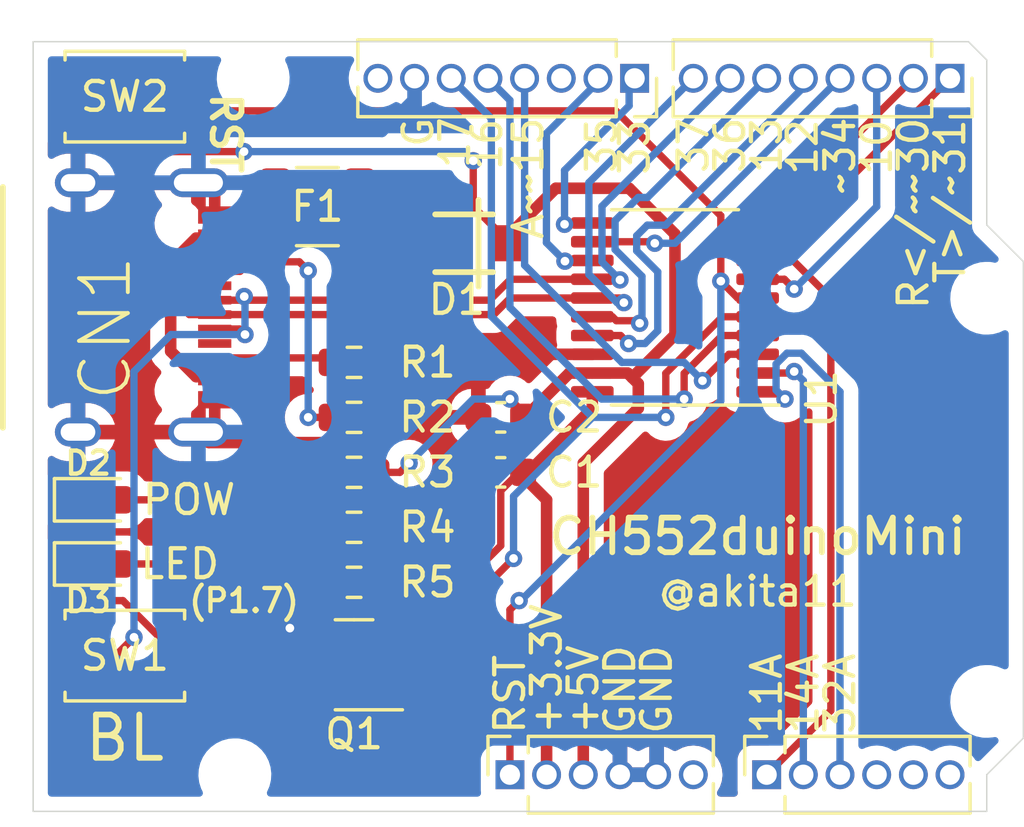
<source format=kicad_pcb>
(kicad_pcb (version 20211014) (generator pcbnew)
  (layers (0 "F.Cu" signal) (31 "B.Cu" signal) (34 "B.Paste" user) (35 "F.Paste" user) (36 "B.SilkS" user "B.Silkscreen") (37 "F.SilkS" user "F.Silkscreen") (38 "B.Mask" user) (39 "F.Mask" user) (44 "Edge.Cuts" user))
  (net 0 "")
  (net 1 "+3V3")
  (net 2 "GND")
  (net 3 "+5V")
  (net 4 "Net-(CN1-PadA4)")
  (net 6 "Net-(CN1-PadA5)")
  (net 7 "/P3.7")
  (net 8 "/P3.6")
  (net 10 "Net-(CN1-PadB5)")
  (net 11 "Net-(D1-PadA)")
  (net 12 "Net-(D2-Pad2)")
  (net 13 "Net-(D3-Pad1)")
  (net 14 "Net-(D3-Pad2)")
  (net 15 "/RST")
  (net 17 "/P1.1")
  (net 18 "/P1.4")
  (net 19 "/P3.2")
  (net 23 "/P3.1")
  (net 24 "/P3.0")
  (net 25 "/P1.0")
  (net 26 "/P3.4")
  (net 27 "/P1.2")
  (net 28 "/P1.3")
  (net 29 "/P3.3")
  (net 30 "/P3.5")
  (net 32 "/P1.5")
  (net 33 "/P1.6")
  (net 34 "/P1.7")
  (net 36 "Net-(R5-Pad2)")
  (footprint "Button_Switch_SMD:SW_Push_SPST_NO_Alps_SKRK" (layer "F.Cu") (at 3.175 1.905 180)
    (fp_text reference "SW2" (at 0 0) (layer "F.SilkS"))
    (fp_text value "SW_Push")
    (fp_line (start 2.07 1.27) (end 2.07 1.57) (layer "F.SilkS") (width 0.12))
    (fp_line (start 2.07 -1.57) (end 2.07 -1.27) (layer "F.SilkS") (width 0.12))
    (fp_line (start -2.07 -1.57) (end 2.07 -1.57) (layer "F.SilkS") (width 0.12))
    (fp_line (start -2.07 1.57) (end -2.07 1.27) (layer "F.SilkS") (width 0.12))
    (fp_line (start -2.07 -1.27) (end -2.07 -1.57) (layer "F.SilkS") (width 0.12))
    (fp_line (start 2.07 1.57) (end -2.07 1.57) (layer "F.SilkS") (width 0.12))
    (pad "1" smd roundrect locked (at -2.1 0 180) (size 0.8 2) (layers "F.Cu" "F.Paste" "F.Mask") (net 15 "/RST"))
    (pad "2" smd roundrect locked (at 2.1 0 180) (size 0.8 2) (layers "F.Cu" "F.Paste" "F.Mask") (net 3 "+5V"))
  )
  (footprint "Capacitor_SMD:C_0603_1608Metric" (layer "F.Cu") (at 16.1925 13.0175 180)
    (fp_text reference "C2" (at -2.54 0) (layer "F.SilkS"))
    (fp_text value "0.1u")
    (fp_line (start -0.14058 -0.51) (end 0.14058 -0.51) (layer "F.SilkS") (width 0.12))
    (fp_line (start -0.14058 0.51) (end 0.14058 0.51) (layer "F.SilkS") (width 0.12))
    (pad "1" smd roundrect locked (at -0.775 0 180) (size 0.9 0.95) (layers "F.Cu" "F.Paste" "F.Mask") (net 3 "+5V"))
    (pad "2" smd roundrect locked (at 0.775 0 180) (size 0.9 0.95) (layers "F.Cu" "F.Paste" "F.Mask") (net 2 "GND"))
  )
  (footprint "Connector_PinSocket_1.27mm:PinSocket_1x08_P1.27mm_Vertical" (layer "F.Cu") (at 20.828 1.27 -90)
    (fp_text reference "J4" hide)
    (fp_text value "Conn_01x08" hide)
    (fp_line (start -1.33 0.635) (end -0.76 0.635) (layer "F.SilkS") (width 0.12))
    (fp_line (start -1.33 9.585) (end -0.30753 9.585) (layer "F.SilkS") (width 0.12))
    (fp_line (start 0.30753 9.585) (end 1.33 9.585) (layer "F.SilkS") (width 0.12))
    (fp_line (start 1.33 -0.76) (end 1.33 0) (layer "F.SilkS") (width 0.12))
    (fp_line (start 0 -0.76) (end 1.33 -0.76) (layer "F.SilkS") (width 0.12))
    (fp_line (start -1.33 0.635) (end -1.33 9.585) (layer "F.SilkS") (width 0.12))
    (fp_line (start 1.33 0.635) (end 1.33 9.585) (layer "F.SilkS") (width 0.12))
    (fp_line (start 0.76 0.635) (end 1.33 0.635) (layer "F.SilkS") (width 0.12))
    (pad "1" thru_hole rect locked (at 0 0 270) (size 1 1) (drill 0.7) (layers *.Cu *.Mask) (net 29 "/P3.3"))
    (pad "2" thru_hole oval locked (at 0 1.27 270) (size 1 1) (drill 0.7) (layers *.Cu *.Mask) (net 30 "/P3.5"))
    (pad "3" thru_hole oval locked (at 0 2.54 270) (size 1 1) (drill 0.7) (layers *.Cu *.Mask))
    (pad "4" thru_hole oval locked (at 0 3.81 270) (size 1 1) (drill 0.7) (layers *.Cu *.Mask) (net 32 "/P1.5"))
    (pad "5" thru_hole oval locked (at 0 5.08 270) (size 1 1) (drill 0.7) (layers *.Cu *.Mask) (net 33 "/P1.6"))
    (pad "6" thru_hole oval locked (at 0 6.35 270) (size 1 1) (drill 0.7) (layers *.Cu *.Mask) (net 34 "/P1.7"))
    (pad "7" thru_hole oval locked (at 0 7.62 270) (size 1 1) (drill 0.7) (layers *.Cu *.Mask) (net 2 "GND"))
    (pad "8" thru_hole oval locked (at 0 8.89 270) (size 1 1) (drill 0.7) (layers *.Cu *.Mask))
  )
  (footprint "akita:HOLE_1.5mm" (layer "F.Cu") (at 6.985 25.4)
    (fp_text reference "REF**" hide)
    (fp_text value "HOLE_1.5mm" hide)
    (pad "" np_thru_hole circle locked (at 0 0) (size 1.5 1.5) (drill 1.5) (layers *.Cu *.Mask))
  )
  (footprint "Connector_PinSocket_1.27mm:PinSocket_1x08_P1.27mm_Vertical" (layer "F.Cu") (at 31.75 1.27 -90)
    (fp_text reference "J3" hide)
    (fp_text value "Conn_01x08" hide)
    (fp_line (start 0.76 0.635) (end 1.33 0.635) (layer "F.SilkS") (width 0.12))
    (fp_line (start -1.33 0.635) (end -1.33 9.585) (layer "F.SilkS") (width 0.12))
    (fp_line (start -1.33 0.635) (end -0.76 0.635) (layer "F.SilkS") (width 0.12))
    (fp_line (start 0 -0.76) (end 1.33 -0.76) (layer "F.SilkS") (width 0.12))
    (fp_line (start -1.33 9.585) (end -0.30753 9.585) (layer "F.SilkS") (width 0.12))
    (fp_line (start 1.33 -0.76) (end 1.33 0) (layer "F.SilkS") (width 0.12))
    (fp_line (start 0.30753 9.585) (end 1.33 9.585) (layer "F.SilkS") (width 0.12))
    (fp_line (start 1.33 0.635) (end 1.33 9.585) (layer "F.SilkS") (width 0.12))
    (pad "1" thru_hole rect locked (at 0 0 270) (size 1 1) (drill 0.7) (layers *.Cu *.Mask) (net 23 "/P3.1"))
    (pad "2" thru_hole oval locked (at 0 1.27 270) (size 1 1) (drill 0.7) (layers *.Cu *.Mask) (net 24 "/P3.0"))
    (pad "3" thru_hole oval locked (at 0 2.54 270) (size 1 1) (drill 0.7) (layers *.Cu *.Mask) (net 25 "/P1.0"))
    (pad "4" thru_hole oval locked (at 0 3.81 270) (size 1 1) (drill 0.7) (layers *.Cu *.Mask) (net 26 "/P3.4"))
    (pad "5" thru_hole oval locked (at 0 5.08 270) (size 1 1) (drill 0.7) (layers *.Cu *.Mask) (net 27 "/P1.2"))
    (pad "6" thru_hole oval locked (at 0 6.35 270) (size 1 1) (drill 0.7) (layers *.Cu *.Mask) (net 28 "/P1.3"))
    (pad "7" thru_hole oval locked (at 0 7.62 270) (size 1 1) (drill 0.7) (layers *.Cu *.Mask) (net 8 "/P3.6"))
    (pad "8" thru_hole oval locked (at 0 8.89 270) (size 1 1) (drill 0.7) (layers *.Cu *.Mask) (net 7 "/P3.7"))
  )
  (footprint "Capacitor_SMD:C_0603_1608Metric" (layer "F.Cu") (at 16.1925 14.9225 180)
    (fp_text reference "C1" (at -2.54 0) (layer "F.SilkS"))
    (fp_text value "0.1u")
    (fp_line (start -0.14058 -0.51) (end 0.14058 -0.51) (layer "F.SilkS") (width 0.12))
    (fp_line (start -0.14058 0.51) (end 0.14058 0.51) (layer "F.SilkS") (width 0.12))
    (pad "1" smd roundrect locked (at -0.775 0 180) (size 0.9 0.95) (layers "F.Cu" "F.Paste" "F.Mask") (net 1 "+3V3"))
    (pad "2" smd roundrect locked (at 0.775 0 180) (size 0.9 0.95) (layers "F.Cu" "F.Paste" "F.Mask") (net 2 "GND"))
  )
  (footprint "Package_TO_SOT_SMD:SOT-23" (layer "F.Cu") (at 11.1125 21.59 180)
    (fp_text reference "Q1" (at 0 -2.4) (layer "F.SilkS"))
    (fp_text value "TR_NMOS_IRLML6344")
    (fp_line (start 0 1.56) (end 0.65 1.56) (layer "F.SilkS") (width 0.12))
    (fp_line (start 0 -1.56) (end -1.675 -1.56) (layer "F.SilkS") (width 0.12))
    (fp_line (start 0 -1.56) (end 0.65 -1.56) (layer "F.SilkS") (width 0.12))
    (fp_line (start 0 1.56) (end -0.65 1.56) (layer "F.SilkS") (width 0.12))
    (pad "1" smd roundrect locked (at -0.9375 -0.95 180) (size 1.475 0.6) (layers "F.Cu" "F.Paste" "F.Mask") (net 34 "/P1.7"))
    (pad "2" smd roundrect locked (at -0.9375 0.95 180) (size 1.475 0.6) (layers "F.Cu" "F.Paste" "F.Mask") (net 2 "GND"))
    (pad "3" smd roundrect locked (at 0.9375 0 180) (size 1.475 0.6) (layers "F.Cu" "F.Paste" "F.Mask") (net 13 "Net-(D3-Pad1)"))
  )
  (footprint "Resistor_SMD:R_1210_3225Metric" (layer "F.Cu") (at 9.8425 5.715 180)
    (fp_text reference "F1" (at 0 0) (layer "F.SilkS"))
    (fp_text value "Polyfuse")
    (fp_line (start -0.723737 1.355) (end 0.723737 1.355) (layer "F.SilkS") (width 0.12))
    (fp_line (start -0.723737 -1.355) (end 0.723737 -1.355) (layer "F.SilkS") (width 0.12))
    (pad "1" smd roundrect locked (at -1.4625 0 180) (size 1.125 2.65) (layers "F.Cu" "F.Paste" "F.Mask") (roundrect_rratio 0.2222222222) (net 11 "Net-(D1-PadA)"))
    (pad "2" smd roundrect locked (at 1.4625 0 180) (size 1.125 2.65) (layers "F.Cu" "F.Paste" "F.Mask") (roundrect_rratio 0.2222222222) (net 4 "Net-(CN1-PadA4)"))
  )
  (footprint "Connector_PinSocket_1.27mm:PinSocket_1x06_P1.27mm_Vertical" (layer "F.Cu") (at 16.51 25.4 90)
    (fp_text reference "J1" hide)
    (fp_text value "Conn_01x06" hide)
    (fp_line (start -1.33 0.635) (end -1.33 7.045) (layer "F.SilkS") (width 0.12))
    (fp_line (start 1.33 0.635) (end 1.33 7.045) (layer "F.SilkS") (width 0.12))
    (fp_line (start -1.33 0.635) (end -0.76 0.635) (layer "F.SilkS") (width 0.12))
    (fp_line (start 0 -0.76) (end 1.33 -0.76) (layer "F.SilkS") (width 0.12))
    (fp_line (start 1.33 -0.76) (end 1.33 0) (layer "F.SilkS") (width 0.12))
    (fp_line (start 0.30753 7.045) (end 1.33 7.045) (layer "F.SilkS") (width 0.12))
    (fp_line (start -1.33 7.045) (end -0.30753 7.045) (layer "F.SilkS") (width 0.12))
    (fp_line (start 0.76 0.635) (end 1.33 0.635) (layer "F.SilkS") (width 0.12))
    (pad "1" thru_hole rect locked (at 0 0 90) (size 1 1) (drill 0.7) (layers *.Cu *.Mask) (net 15 "/RST"))
    (pad "2" thru_hole oval locked (at 0 1.27 90) (size 1 1) (drill 0.7) (layers *.Cu *.Mask) (net 1 "+3V3"))
    (pad "3" thru_hole oval locked (at 0 2.54 90) (size 1 1) (drill 0.7) (layers *.Cu *.Mask) (net 3 "+5V"))
    (pad "4" thru_hole oval locked (at 0 3.81 90) (size 1 1) (drill 0.7) (layers *.Cu *.Mask) (net 2 "GND"))
    (pad "5" thru_hole oval locked (at 0 5.08 90) (size 1 1) (drill 0.7) (layers *.Cu *.Mask) (net 2 "GND"))
    (pad "6" thru_hole oval locked (at 0 6.35 90) (size 1 1) (drill 0.7) (layers *.Cu *.Mask))
  )
  (footprint "LED_SMD:LED_0603_1608Metric" (layer "F.Cu") (at 2.2225 15.875)
    (fp_text reference "D2" (at -0.3175 -1.27 180) (layer "F.SilkS") (effects (font (size 0.8 0.8))))
    (fp_text value "LED")
    (fp_line (start 0.8 -0.735) (end -1.485 -0.735) (layer "F.SilkS") (width 0.12))
    (fp_line (start -1.485 -0.735) (end -1.485 0.735) (layer "F.SilkS") (width 0.12))
    (fp_line (start -1.485 0.735) (end 0.8 0.735) (layer "F.SilkS") (width 0.12))
    (pad "1" smd roundrect locked (at -0.7875 0) (size 0.875 0.95) (layers "F.Cu" "F.Paste" "F.Mask") (net 2 "GND"))
    (pad "2" smd roundrect locked (at 0.7875 0) (size 0.875 0.95) (layers "F.Cu" "F.Paste" "F.Mask") (net 12 "Net-(D2-Pad2)"))
  )
  (footprint "akita:HOLE_1.5mm" (layer "F.Cu") (at 33.02 22.86)
    (fp_text reference "REF**" hide)
    (fp_text value "HOLE_1.5mm" hide)
    (pad "" np_thru_hole circle locked (at 0 0) (size 1.5 1.5) (drill 1.5) (layers *.Cu *.Mask))
  )
  (footprint "akita:HOLE_1.5mm" (layer "F.Cu") (at 7.62 1.27)
    (fp_text reference "REF**" hide)
    (fp_text value "HOLE_1.5mm" hide)
    (pad "" np_thru_hole circle locked (at 0 0) (size 1.5 1.5) (drill 1.5) (layers *.Cu *.Mask))
  )
  (footprint "Resistor_SMD:R_0603_1608Metric" (layer "F.Cu") (at 11.1125 16.8275 180)
    (fp_text reference "R4" (at -2.54 0) (layer "F.SilkS"))
    (fp_text value "1k")
    (fp_line (start -0.237258 -0.5225) (end 0.237258 -0.5225) (layer "F.SilkS") (width 0.12))
    (fp_line (start -0.237258 0.5225) (end 0.237258 0.5225) (layer "F.SilkS") (width 0.12))
    (pad "1" smd roundrect locked (at -0.825 0 180) (size 0.8 0.95) (layers "F.Cu" "F.Paste" "F.Mask") (net 3 "+5V"))
    (pad "2" smd roundrect locked (at 0.825 0 180) (size 0.8 0.95) (layers "F.Cu" "F.Paste" "F.Mask") (net 14 "Net-(D3-Pad2)"))
  )
  (footprint "LED_SMD:LED_0603_1608Metric" (layer "F.Cu") (at 2.2225 18.0975)
    (fp_text reference "D3" (at -0.3175 1.27) (layer "F.SilkS") (effects (font (size 0.8 0.8))))
    (fp_text value "LED")
    (fp_line (start 0.8 -0.735) (end -1.485 -0.735) (layer "F.SilkS") (width 0.12))
    (fp_line (start -1.485 -0.735) (end -1.485 0.735) (layer "F.SilkS") (width 0.12))
    (fp_line (start -1.485 0.735) (end 0.8 0.735) (layer "F.SilkS") (width 0.12))
    (pad "1" smd roundrect locked (at -0.7875 0) (size 0.875 0.95) (layers "F.Cu" "F.Paste" "F.Mask") (net 13 "Net-(D3-Pad1)"))
    (pad "2" smd roundrect locked (at 0.7875 0) (size 0.875 0.95) (layers "F.Cu" "F.Paste" "F.Mask") (net 14 "Net-(D3-Pad2)"))
  )
  (footprint "Resistor_SMD:R_0603_1608Metric" (layer "F.Cu") (at 11.1125 18.7325 180)
    (fp_text reference "R5" (at -2.54 0) (layer "F.SilkS"))
    (fp_text value "10k")
    (fp_line (start -0.237258 -0.5225) (end 0.237258 -0.5225) (layer "F.SilkS") (width 0.12))
    (fp_line (start -0.237258 0.5225) (end 0.237258 0.5225) (layer "F.SilkS") (width 0.12))
    (pad "1" smd roundrect locked (at -0.825 0 180) (size 0.8 0.95) (layers "F.Cu" "F.Paste" "F.Mask") (net 1 "+3V3"))
    (pad "2" smd roundrect locked (at 0.825 0 180) (size 0.8 0.95) (layers "F.Cu" "F.Paste" "F.Mask") (net 36 "Net-(R5-Pad2)"))
  )
  (footprint "Button_Switch_SMD:SW_Push_SPST_NO_Alps_SKRK" (layer "F.Cu") (at 3.175 21.2725)
    (fp_text reference "SW1" (at 0 0) (layer "F.SilkS"))
    (fp_text value "SW_Push")
    (fp_line (start -2.07 1.57) (end -2.07 1.27) (layer "F.SilkS") (width 0.12))
    (fp_line (start 2.07 1.27) (end 2.07 1.57) (layer "F.SilkS") (width 0.12))
    (fp_line (start -2.07 -1.57) (end 2.07 -1.57) (layer "F.SilkS") (width 0.12))
    (fp_line (start -2.07 -1.27) (end -2.07 -1.57) (layer "F.SilkS") (width 0.12))
    (fp_line (start 2.07 -1.57) (end 2.07 -1.27) (layer "F.SilkS") (width 0.12))
    (fp_line (start 2.07 1.57) (end -2.07 1.57) (layer "F.SilkS") (width 0.12))
    (pad "1" smd roundrect locked (at -2.1 0) (size 0.8 2) (layers "F.Cu" "F.Paste" "F.Mask") (net 8 "/P3.6"))
    (pad "2" smd roundrect locked (at 2.1 0) (size 0.8 2) (layers "F.Cu" "F.Paste" "F.Mask") (net 36 "Net-(R5-Pad2)"))
  )
  (footprint "Resistor_SMD:R_0603_1608Metric" (layer "F.Cu") (at 11.1125 11.1125)
    (fp_text reference "R1" (at 2.54 0) (layer "F.SilkS"))
    (fp_text value "5.1k")
    (fp_line (start -0.237258 -0.5225) (end 0.237258 -0.5225) (layer "F.SilkS") (width 0.12))
    (fp_line (start -0.237258 0.5225) (end 0.237258 0.5225) (layer "F.SilkS") (width 0.12))
    (pad "1" smd roundrect locked (at -0.825 0) (size 0.8 0.95) (layers "F.Cu" "F.Paste" "F.Mask") (net 10 "Net-(CN1-PadB5)"))
    (pad "2" smd roundrect locked (at 0.825 0) (size 0.8 0.95) (layers "F.Cu" "F.Paste" "F.Mask") (net 2 "GND"))
  )
  (footprint "Resistor_SMD:R_0603_1608Metric" (layer "F.Cu") (at 11.1125 14.9225)
    (fp_text reference "R3" (at 2.54 0) (layer "F.SilkS"))
    (fp_text value "1k")
    (fp_line (start -0.237258 -0.5225) (end 0.237258 -0.5225) (layer "F.SilkS") (width 0.12))
    (fp_line (start -0.237258 0.5225) (end 0.237258 0.5225) (layer "F.SilkS") (width 0.12))
    (pad "1" smd roundrect locked (at -0.825 0) (size 0.8 0.95) (layers "F.Cu" "F.Paste" "F.Mask") (net 12 "Net-(D2-Pad2)"))
    (pad "2" smd roundrect locked (at 0.825 0) (size 0.8 0.95) (layers "F.Cu" "F.Paste" "F.Mask") (net 3 "+5V"))
  )
  (footprint "akita:USB-C_16P_TH" (layer "F.Cu") (at 5.2875 9.2075 -90)
    (fp_text reference "CN1" (at -1.905 1.795 90) (layer "F.SilkS") (effects (font (size 1.6891 1.6891) (thickness 0.135128)) (justify right bottom)))
    (fp_text value "CON_USB-C-16" hide)
    (fp_line (start -4.17 6.335) (end 4.17 6.335) (layer "F.SilkS") (width 0.2))
    (pad "" np_thru_hole circle locked (at 2.89 0.25 270) (size 0.65 0.65) (drill 0.65) (layers *.Cu *.Mask))
    (pad "" np_thru_hole circle locked (at -2.89 0.25 270) (size 0.65 0.65) (drill 0.65) (layers *.Cu *.Mask))
    (pad "A1" smd rect locked (at -3.2 -1 270) (size 0.6 1.15) (layers "F.Cu" "F.Paste" "F.Mask") (net 2 "GND"))
    (pad "A4" smd rect locked (at -2.4 -1 270) (size 0.6 1.15) (layers "F.Cu" "F.Paste" "F.Mask") (net 4 "Net-(CN1-PadA4)"))
    (pad "A5" smd rect locked (at -1.25 -1 270) (size 0.3 1.15) (layers "F.Cu" "F.Paste" "F.Mask") (net 6 "Net-(CN1-PadA5)"))
    (pad "A6" smd rect locked (at -0.25 -1 270) (size 0.3 1.15) (layers "F.Cu" "F.Paste" "F.Mask") (net 8 "/P3.6"))
    (pad "A7" smd rect locked (at 0.25 -1 270) (size 0.3 1.15) (layers "F.Cu" "F.Paste" "F.Mask") (net 7 "/P3.7"))
    (pad "A8" smd rect locked (at 1.25 -1 270) (size 0.3 1.15) (layers "F.Cu" "F.Paste" "F.Mask"))
    (pad "A9" smd rect locked (at 2.4 -1 270) (size 0.6 1.15) (layers "F.Cu" "F.Paste" "F.Mask") (net 4 "Net-(CN1-PadA4)"))
    (pad "A12" smd rect locked (at 3.2 -1 270) (size 0.6 1.15) (layers "F.Cu" "F.Paste" "F.Mask") (net 2 "GND"))
    (pad "B5" smd rect locked (at 1.75 -1 270) (size 0.3 1.15) (layers "F.Cu" "F.Paste" "F.Mask") (net 10 "Net-(CN1-PadB5)"))
    (pad "B6" smd rect locked (at 0.75 -1 270) (size 0.3 1.15) (layers "F.Cu" "F.Paste" "F.Mask") (net 8 "/P3.6"))
    (pad "B7" smd rect locked (at -0.75 -1 270) (size 0.3 1.15) (layers "F.Cu" "F.Paste" "F.Mask") (net 7 "/P3.7"))
    (pad "B8" smd rect locked (at -1.75 -1 270) (size 0.3 1.15) (layers "F.Cu" "F.Paste" "F.Mask"))
    (pad "FG" thru_hole roundrect locked (at -4.32 -0.435 270) (size 1 2.1) (drill oval 0.6 1.7) (layers *.Cu *.Mask) (roundrect_rratio 0.5) (net 2 "GND"))
    (pad "FG" thru_hole roundrect locked (at 4.32 3.735 270) (size 1 1.6) (drill oval 0.6 1.2) (layers *.Cu *.Mask) (roundrect_rratio 0.5) (net 2 "GND"))
    (pad "FG" thru_hole roundrect locked (at 4.32 -0.435 270) (size 1 2.1) (drill oval 0.6 1.7) (layers *.Cu *.Mask) (roundrect_rratio 0.5) (net 2 "GND"))
    (pad "FG" thru_hole roundrect locked (at -4.32 3.735 270) (size 1 1.6) (drill oval 0.6 1.2) (layers *.Cu *.Mask) (roundrect_rratio 0.5) (net 2 "GND"))
  )
  (footprint "Resistor_SMD:R_0603_1608Metric" (layer "F.Cu") (at 11.1125 13.0175)
    (fp_text reference "R2" (at 2.54 0) (layer "F.SilkS"))
    (fp_text value "5.1k")
    (fp_line (start -0.237258 0.5225) (end 0.237258 0.5225) (layer "F.SilkS") (width 0.12))
    (fp_line (start -0.237258 -0.5225) (end 0.237258 -0.5225) (layer "F.SilkS") (width 0.12))
    (pad "1" smd roundrect locked (at -0.825 0) (size 0.8 0.95) (layers "F.Cu" "F.Paste" "F.Mask") (net 6 "Net-(CN1-PadA5)"))
    (pad "2" smd roundrect locked (at 0.825 0) (size 0.8 0.95) (layers "F.Cu" "F.Paste" "F.Mask") (net 2 "GND"))
  )
  (footprint "Package_SO:TSSOP-20_4.4x6.5mm_P0.65mm" (layer "F.Cu") (at 22.225 9.2075 180)
    (fp_text reference "U1" (at -5.08 -3.175 90) (layer "F.SilkS"))
    (fp_text value "MCU_CH552T")
    (fp_line (start 0 3.385) (end -2.2 3.385) (layer "F.SilkS") (width 0.12))
    (fp_line (start 0 -3.385) (end -3.6 -3.385) (layer "F.SilkS") (width 0.12))
    (fp_line (start 0 -3.385) (end 2.2 -3.385) (layer "F.SilkS") (width 0.12))
    (fp_line (start 0 3.385) (end 2.2 3.385) (layer "F.SilkS") (width 0.12))
    (pad "1" smd roundrect locked (at -2.8625 -2.925 180) (size 1.475 0.4) (layers "F.Cu" "F.Paste" "F.Mask") (net 19 "/P3.2"))
    (pad "2" smd roundrect locked (at -2.8625 -2.275 180) (size 1.475 0.4) (layers "F.Cu" "F.Paste" "F.Mask") (net 18 "/P1.4"))
    (pad "3" smd roundrect locked (at -2.8625 -1.625 180) (size 1.475 0.4) (layers "F.Cu" "F.Paste" "F.Mask") (net 32 "/P1.5"))
    (pad "4" smd roundrect locked (at -2.8625 -0.975 180) (size 1.475 0.4) (layers "F.Cu" "F.Paste" "F.Mask") (net 33 "/P1.6"))
    (pad "5" smd roundrect locked (at -2.8625 -0.325 180) (size 1.475 0.4) (layers "F.Cu" "F.Paste" "F.Mask") (net 34 "/P1.7"))
    (pad "6" smd roundrect locked (at -2.8625 0.325 180) (size 1.475 0.4) (layers "F.Cu" "F.Paste" "F.Mask") (net 15 "/RST"))
    (pad "7" smd roundrect locked (at -2.8625 0.975 180) (size 1.475 0.4) (layers "F.Cu" "F.Paste" "F.Mask") (net 25 "/P1.0"))
    (pad "8" smd roundrect locked (at -2.8625 1.625 180) (size 1.475 0.4) (layers "F.Cu" "F.Paste" "F.Mask") (net 17 "/P1.1"))
    (pad "9" smd roundrect locked (at -2.8625 2.275 180) (size 1.475 0.4) (layers "F.Cu" "F.Paste" "F.Mask") (net 23 "/P3.1"))
    (pad "10" smd roundrect locked (at -2.8625 2.925 180) (size 1.475 0.4) (layers "F.Cu" "F.Paste" "F.Mask") (net 24 "/P3.0"))
    (pad "11" smd roundrect locked (at 2.8625 2.925 180) (size 1.475 0.4) (layers "F.Cu" "F.Paste" "F.Mask") (net 29 "/P3.3"))
    (pad "12" smd roundrect locked (at 2.8625 2.275 180) (size 1.475 0.4) (layers "F.Cu" "F.Paste" "F.Mask") (net 26 "/P3.4"))
    (pad "13" smd roundrect locked (at 2.8625 1.625 180) (size 1.475 0.4) (layers "F.Cu" "F.Paste" "F.Mask") (net 30 "/P3.5"))
    (pad "14" smd roundrect locked (at 2.8625 0.975 180) (size 1.475 0.4) (layers "F.Cu" "F.Paste" "F.Mask") (net 8 "/P3.6"))
    (pad "15" smd roundrect locked (at 2.8625 0.325 180) (size 1.475 0.4) (layers "F.Cu" "F.Paste" "F.Mask") (net 7 "/P3.7"))
    (pad "16" smd roundrect locked (at 2.8625 -0.325 180) (size 1.475 0.4) (layers "F.Cu" "F.Paste" "F.Mask") (net 28 "/P1.3"))
    (pad "17" smd roundrect locked (at 2.8625 -0.975 180) (size 1.475 0.4) (layers "F.Cu" "F.Paste" "F.Mask") (net 27 "/P1.2"))
    (pad "18" smd roundrect locked (at 2.8625 -1.625 180) (size 1.475 0.4) (layers "F.Cu" "F.Paste" "F.Mask") (net 2 "GND"))
    (pad "19" smd roundrect locked (at 2.8625 -2.275 180) (size 1.475 0.4) (layers "F.Cu" "F.Paste" "F.Mask") (net 3 "+5V"))
    (pad "20" smd roundrect locked (at 2.8625 -2.925 180) (size 1.475 0.4) (layers "F.Cu" "F.Paste" "F.Mask") (net 1 "+3V3"))
  )
  (footprint "akita:HOLE_1.5mm" (layer "F.Cu") (at 33.02 8.89)
    (fp_text reference "REF**" hide)
    (fp_text value "HOLE_1.5mm" hide)
    (pad "" np_thru_hole circle locked (at 0 0) (size 1.5 1.5) (drill 1.5) (layers *.Cu *.Mask))
  )
  (footprint "akita:D_SOD123FL" (layer "F.Cu") (at 14.9225 6.985)
    (fp_text reference "D1" (at -0.25 2.54) (layer "F.SilkS") (effects (justify bottom)))
    (fp_text value "DIODE")
    (fp_line (start 1 1) (end 0.5 1) (layer "F.SilkS") (width 0.2))
    (fp_line (start 0.5 -1) (end 1 -1) (layer "F.SilkS") (width 0.2))
    (fp_line (start -1 -1) (end 0.5 -1) (layer "F.SilkS") (width 0.2))
    (fp_line (start 0.5 -1) (end 0.5 1) (layer "F.SilkS") (width 0.2))
    (fp_line (start 0.5 1) (end 0.5 1.5) (layer "F.SilkS") (width 0.2))
    (fp_line (start 0.5 -1.5) (end 0.5 -1) (layer "F.SilkS") (width 0.2))
    (fp_line (start 0.5 1) (end -1 1) (layer "F.SilkS") (width 0.2))
    (pad "A" smd rect locked (at -1.55 0) (size 1.15 1.25) (layers "F.Cu" "F.Paste" "F.Mask") (net 11 "Net-(D1-PadA)"))
    (pad "K" smd rect locked (at 1.55 0) (size 1.15 1.25) (layers "F.Cu" "F.Paste" "F.Mask") (net 3 "+5V"))
  )
  (footprint "Connector_PinSocket_1.27mm:PinSocket_1x06_P1.27mm_Vertical" (layer "F.Cu") (at 25.4 25.4 90)
    (fp_text reference "J2" hide)
    (fp_text value "Conn_01x06" hide)
    (fp_line (start 0.76 0.635) (end 1.33 0.635) (layer "F.SilkS") (width 0.12))
    (fp_line (start -1.33 7.045) (end -0.30753 7.045) (layer "F.SilkS") (width 0.12))
    (fp_line (start -1.33 0.635) (end -1.33 7.045) (layer "F.SilkS") (width 0.12))
    (fp_line (start 1.33 0.635) (end 1.33 7.045) (layer "F.SilkS") (width 0.12))
    (fp_line (start 0 -0.76) (end 1.33 -0.76) (layer "F.SilkS") (width 0.12))
    (fp_line (start 1.33 -0.76) (end 1.33 0) (layer "F.SilkS") (width 0.12))
    (fp_line (start 0.30753 7.045) (end 1.33 7.045) (layer "F.SilkS") (width 0.12))
    (fp_line (start -1.33 0.635) (end -0.76 0.635) (layer "F.SilkS") (width 0.12))
    (pad "1" thru_hole rect locked (at 0 0 90) (size 1 1) (drill 0.7) (layers *.Cu *.Mask) (net 17 "/P1.1"))
    (pad "2" thru_hole oval locked (at 0 1.27 90) (size 1 1) (drill 0.7) (layers *.Cu *.Mask) (net 18 "/P1.4"))
    (pad "3" thru_hole oval locked (at 0 2.54 90) (size 1 1) (drill 0.7) (layers *.Cu *.Mask) (net 19 "/P3.2"))
    (pad "4" thru_hole oval locked (at 0 3.81 90) (size 1 1) (drill 0.7) (layers *.Cu *.Mask))
    (pad "5" thru_hole oval locked (at 0 5.08 90) (size 1 1) (drill 0.7) (layers *.Cu *.Mask))
    (pad "6" thru_hole oval locked (at 0 6.35 90) (size 1 1) (drill 0.7) (layers *.Cu *.Mask))
  )
  (gr_line (start 33.02 6.35) (end 34.29 7.62) (layer "Edge.Cuts") (width 0.05))
  (gr_line (start 34.29 24.13) (end 33.02 25.4) (layer "Edge.Cuts") (width 0.05))
  (gr_line (start 33.02 25.4) (end 33.02 26.67) (layer "Edge.Cuts") (width 0.05))
  (gr_line (start 32.385 0) (end 33.02 0.635) (layer "Edge.Cuts") (width 0.05))
  (gr_line (start 0 0) (end 32.385 0) (layer "Edge.Cuts") (width 0.05))
  (gr_line (start 0 26.67) (end 0 0) (layer "Edge.Cuts") (width 0.05))
  (gr_line (start 33.02 0.635) (end 33.02 6.35) (layer "Edge.Cuts") (width 0.05))
  (gr_line (start 34.29 7.62) (end 34.29 24.13) (layer "Edge.Cuts") (width 0.05))
  (gr_line (start 33.02 26.67) (end 0 26.67) (layer "Edge.Cuts") (width 0.05))
  (gr_text "RST" (at 16.51 24.07 90) (layer "F.SilkS") (effects (font (size 1 1)) (justify left)))
  (gr_text "+3.3V" (at 17.78 24.07 90) (layer "F.SilkS") (effects (font (size 1 1)) (justify left)))
  (gr_text "17" (at 14.605 2.54 90) (layer "F.SilkS") (effects (font (size 1 0.9)) (justify right)))
  (gr_text "32A\n" (at 27.94 24.07 90) (layer "F.SilkS") (effects (font (size 1 1)) (justify left)))
  (gr_text "16" (at 15.718 2.6 90) (layer "F.SilkS") (effects (font (size 1 0.9)) (justify right)))
  (gr_text "BL" (at 3.175 24.13) (layer "F.SilkS") (effects (font (size 1.5 1.5) (thickness 0.2))))
  (gr_text "GND" (at 21.59 24.07 90) (layer "F.SilkS") (effects (font (size 1 1)) (justify left)))
  (gr_text "36" (at 24.13 2.54 90) (layer "F.SilkS") (effects (font (size 1 1)) (justify right)))
  (gr_text "CH552duinoMini" (at 25.0825 17.145) (layer "F.SilkS") (effects (font (size 1.2 1.2) (thickness 0.2))))
  (gr_text "(P1.7)" (at 7.3025 19.3675) (layer "F.SilkS") (effects (font (size 0.8 0.8))))
  (gr_text "A~~15" (at 17.145 2.54 90) (layer "F.SilkS") (effects (font (size 1 1)) (justify right)))
  (gr_text "10" (at 29.21 2.6 90) (layer "F.SilkS") (effects (font (size 1 1)) (justify right)))
  (gr_text "LED" (at 5.08 18.0975) (layer "F.SilkS") (effects (font (size 1 1))))
  (gr_text "T>/~31" (at 31.75 2.6 90) (layer "F.SilkS") (effects (font (size 1 1)) (justify right)))
  (gr_text "14A" (at 26.67 24.07 90) (layer "F.SilkS") (effects (font (size 1 1)) (justify left)))
  (gr_text "37" (at 22.86 2.54 90) (layer "F.SilkS") (effects (font (size 1 1)) (justify right)))
  (gr_text "35" (at 19.685 2.54 90) (layer "F.SilkS") (effects (font (size 1 1)) (justify right)))
  (gr_text "GND" (at 20.32 24.07 90) (layer "F.SilkS") (effects (font (size 1 1)) (justify left)))
  (gr_text "@akita11\n" (at 25.0825 19.05) (layer "F.SilkS") (effects (font (size 1 1))))
  (gr_text "11A" (at 25.4 24.07 90) (layer "F.SilkS") (effects (font (size 1 1)) (justify left)))
  (gr_text "POW" (at 5.3975 15.875) (layer "F.SilkS") (effects (font (size 1 1))))
  (gr_text "12" (at 26.64 2.6 90) (layer "F.SilkS") (effects (font (size 1 1)) (justify right)))
  (gr_text "13" (at 25.4 2.54 90) (layer "F.SilkS") (effects (font (size 1 1)) (justify right)))
  (gr_text "RST" (at 6.6675 3.175 270) (layer "F.SilkS") (effects (font (size 1 1) (thickness 0.2))))
  (gr_text "33" (at 20.828 2.6 90) (layer "F.SilkS") (effects (font (size 1 1)) (justify right)))
  (gr_text "G" (at 13.335 2.54 90) (layer "F.SilkS") (effects (font (size 1 1)) (justify right)))
  (gr_text "R</~~30" (at 30.48 2.54 90) (layer "F.SilkS") (effects (font (size 1 1)) (justify right)))
  (gr_text "~34" (at 27.94 2.54 90) (layer "F.SilkS") (effects (font (size 1 1)) (justify right)))
  (gr_text "+5V" (at 19.05 24.07 90) (layer "F.SilkS") (effects (font (size 1 1)) (justify left)))
  (segment (start 16.1925 17.4625) (end 16.1925 15.5575) (width 0.254) (layer "F.Cu") (net 1))
  (segment (start 19.3625 12.705) (end 17.145 14.9225) (width 0.4) (layer "F.Cu") (net 1))
  (segment (start 11.9375 18.7325) (end 14.9225 18.7325) (width 0.254) (layer "F.Cu") (net 1))
  (segment (start 14.9225 18.7325) (end 16.1925 17.4625) (width 0.254) (layer "F.Cu") (net 1))
  (segment (start 17.78 15.875) (end 16.8275 14.9225) (width 0.4) (layer "F.Cu") (net 1))
  (segment (start 16.1925 15.5575) (end 16.8275 14.9225) (width 0.254) (layer "F.Cu") (net 1))
  (segment (start 17.78 25.4) (end 17.78 15.875) (width 0.4) (layer "F.Cu") (net 1))
  (segment (start 19.3625 12.1325) (end 19.3625 12.705) (width 0.4) (layer "F.Cu") (net 1))
  (segment (start 9.21 20.64) (end 8.89 20.32) (width 0.4) (layer "F.Cu") (net 2))
  (segment (start 1.435 15.875) (end 1.435 13.805) (width 0.254) (layer "F.Cu") (net 2))
  (segment (start 15.4175 13.0175) (end 12.065 13.0175) (width 0.4) (layer "F.Cu") (net 2))
  (segment (start 6.2875 12.4075) (end 6.2875 13.3975) (width 0.4) (layer "F.Cu") (net 2))
  (segment (start 12.05 20.64) (end 9.21 20.64) (width 0.4) (layer "F.Cu") (net 2))
  (segment (start 15.4175 13.195) (end 15.24 13.0175) (width 0.4) (layer "F.Cu") (net 2))
  (segment (start 19.3625 10.8325) (end 12.345 10.8325) (width 0.4) (layer "F.Cu") (net 2))
  (segment (start 5.7225 4.8875) (end 1.7125 4.8875) (width 0.4) (layer "F.Cu") (net 2))
  (segment (start 11.9375 11.1125) (end 11.9375 12.8275) (width 0.4) (layer "F.Cu") (net 2))
  (segment (start 15.4175 14.9225) (end 15.4175 13.195) (width 0.4) (layer "F.Cu") (net 2))
  (segment (start 11.19048 13.89202) (end 11.7475 13.335) (width 0.4) (layer "F.Cu") (net 2))
  (segment (start 12.345 10.8325) (end 12.065 11.1125) (width 0.4) (layer "F.Cu") (net 2))
  (segment (start 1.5525 4.8875) (end 1.5525 13.6175) (width 0.4) (layer "F.Cu") (net 2))
  (segment (start 11.9375 12.8275) (end 11.7475 13.0175) (width 0.4) (layer "F.Cu") (net 2))
  (segment (start 5.7225 13.5275) (end 1.7125 13.5275) (width 0.4) (layer "F.Cu") (net 2))
  (segment (start 1.435 13.805) (end 1.5875 13.6525) (width 0.254) (layer "F.Cu") (net 2))
  (segment (start 5.7225 13.5275) (end 6.08702 13.89202) (width 0.4) (layer "F.Cu") (net 2))
  (segment (start 6.08702 13.89202) (end 11.19048 13.89202) (width 0.4) (layer "F.Cu") (net 2))
  (segment (start 1.7125 4.8875) (end 1.5875 4.7625) (width 0.4) (layer "F.Cu") (net 2))
  (segment (start 6.2875 6.0075) (end 6.2875 4.825) (width 0.4) (layer "F.Cu") (net 2))
  (via (at 8.89 20.32) (size 0.6) (drill 0.3) (layers "F.Cu" "B.Cu") (net 2))
  (segment (start 8.89 20.32) (end 5.715 17.145) (width 0.4) (layer "B.Cu") (net 2))
  (segment (start 20.32 24.692894) (end 15.947106 20.32) (width 0.4) (layer "B.Cu") (net 2))
  (segment (start 13.208 1.977106) (end 12.074617 3.110489) (width 0.4) (layer "B.Cu") (net 2))
  (segment (start 13.208 1.27) (end 13.208 1.977106) (width 0.4) (layer "B.Cu") (net 2))
  (segment (start 5.715 3.81) (end 5.715 4.7625) (width 0.4) (layer "B.Cu") (net 2))
  (segment (start 21.59 25.4) (end 20.32 25.4) (width 0.4) (layer "B.Cu") (net 2))
  (segment (start 15.947106 20.32) (end 8.89 20.32) (width 0.4) (layer "B.Cu") (net 2))
  (segment (start 20.32 25.4) (end 20.32 24.692894) (width 0.4) (layer "B.Cu") (net 2))
  (segment (start 6.414511 3.110489) (end 5.715 3.81) (width 0.4) (layer "B.Cu") (net 2))
  (segment (start 12.074617 3.110489) (end 6.414511 3.110489) (width 0.4) (layer "B.Cu") (net 2))
  (segment (start 5.715 17.145) (end 5.715 13.6525) (width 0.4) (layer "B.Cu") (net 2))
  (segment (start 20.6375 5.08) (end 18.0975 5.08) (width 0.4) (layer "F.Cu") (net 3))
  (segment (start 16.9675 13.0175) (end 16.9675 12.84) (width 0.254) (layer "F.Cu") (net 3))
  (segment (start 2.98 3.81) (end 1.075 1.905) (width 0.254) (layer "F.Cu") (net 3))
  (segment (start 19.05 25.4) (end 19.05 14.605) (width 0.4) (layer "F.Cu") (net 3))
  (segment (start 22.225011 10.159989) (end 22.225011 6.667511) (width 0.4) (layer "F.Cu") (net 3))
  (segment (start 11.9375 14.9225) (end 12.7 14.9225) (width 0.254) (layer "F.Cu") (net 3))
  (segment (start 17.145 12.906073) (end 17.145 13.0175) (width 0.4) (layer "F.Cu") (net 3))
  (segment (start 19.3625 11.4825) (end 18.568573 11.4825) (width 0.4) (layer "F.Cu") (net 3))
  (segment (start 15.24 5.715) (end 16.51 6.985) (width 0.254) (layer "F.Cu") (net 3))
  (segment (start 19.3625 11.4825) (end 20.585 11.4825) (width 0.4) (layer "F.Cu") (net 3))
  (segment (start 16.9675 12.84) (end 16.51 12.3825) (width 0.254) (layer "F.Cu") (net 3))
  (segment (start 15.24 4.1275) (end 15.24 5.715) (width 0.254) (layer "F.Cu") (net 3))
  (segment (start 16.4725 6.705) (end 18.0975 5.08) (width 0.4) (layer "F.Cu") (net 3))
  (segment (start 20.955 11.8525) (end 20.74375 11.64125) (width 0.4) (layer "F.Cu") (net 3))
  (segment (start 22.225011 6.667511) (end 20.6375 5.08) (width 0.4) (layer "F.Cu") (net 3))
  (segment (start 20.74375 11.64125) (end 22.225011 10.159989) (width 0.4) (layer "F.Cu") (net 3))
  (segment (start 12.7 14.9225) (end 13.0175 14.605) (width 0.254) (layer "F.Cu") (net 3))
  (segment (start 18.568573 11.4825) (end 17.145 12.906073) (width 0.4) (layer "F.Cu") (net 3))
  (segment (start 19.05 14.605) (end 20.955 12.7) (width 0.4) (layer "F.Cu") (net 3))
  (segment (start 20.955 12.7) (end 20.955 11.8525) (width 0.4) (layer "F.Cu") (net 3))
  (segment (start 11.9375 15.05) (end 12.065 14.9225) (width 0.254) (layer "F.Cu") (net 3))
  (segment (start 20.74375 11.64125) (end 20.585 11.4825) (width 0.4) (layer "F.Cu") (net 3))
  (segment (start 7.3025 3.81) (end 2.98 3.81) (width 0.254) (layer "F.Cu") (net 3))
  (segment (start 11.9375 16.8275) (end 11.9375 15.05) (width 0.254) (layer "F.Cu") (net 3))
  (segment (start 16.4725 6.985) (end 16.4725 6.705) (width 0.4) (layer "F.Cu") (net 3))
  (via (at 15.24 4.1275) (size 0.6) (drill 0.3) (layers "F.Cu" "B.Cu") (net 3))
  (via (at 16.51 12.3825) (size 0.6) (drill 0.3) (layers "F.Cu" "B.Cu") (net 3))
  (via (at 7.3025 3.81) (size 0.6) (drill 0.3) (layers "F.Cu" "B.Cu") (net 3))
  (via (at 13.0175 14.605) (size 0.6) (drill 0.3) (layers "F.Cu" "B.Cu") (net 3))
  (segment (start 15.24 4.1275) (end 14.9225 3.81) (width 0.254) (layer "B.Cu") (net 3))
  (segment (start 15.24 12.3825) (end 16.51 12.3825) (width 0.254) (layer "B.Cu") (net 3))
  (segment (start 13.0175 14.605) (end 15.24 12.3825) (width 0.254) (layer "B.Cu") (net 3))
  (segment (start 14.9225 3.81) (end 7.3025 3.81) (width 0.254) (layer "B.Cu") (net 3))
  (segment (start 6.2875 6.8075) (end 8.115 6.8075) (width 0.4) (layer "F.Cu") (net 4))
  (segment (start 5.642839 6.8075) (end 6.2875 6.8075) (width 0.4) (layer "F.Cu") (net 4))
  (segment (start 8.115 6.8075) (end 8.254022 6.668478) (width 0.4) (layer "F.Cu") (net 4))
  (segment (start 5.642839 11.6075) (end 4.7625 10.727161) (width 0.4) (layer "F.Cu") (net 4))
  (segment (start 4.7625 7.687839) (end 5.642839 6.8075) (width 0.4) (layer "F.Cu") (net 4))
  (segment (start 6.2875 11.6075) (end 5.642839 11.6075) (width 0.4) (layer "F.Cu") (net 4))
  (segment (start 8.254022 6.668478) (end 8.254022 5.715) (width 0.4) (layer "F.Cu") (net 4))
  (segment (start 4.7625 10.727161) (end 4.7625 7.687839) (width 0.4) (layer "F.Cu") (net 4))
  (segment (start 10.2875 13.0175) (end 9.525 13.0175) (width 0.254) (layer "F.Cu") (net 6))
  (segment (start 7.165522 7.9575) (end 7.494533 7.628489) (width 0.254) (layer "F.Cu") (net 6))
  (segment (start 9.215989 7.628489) (end 9.525 7.9375) (width 0.254) (layer "F.Cu") (net 6))
  (segment (start 6.2875 7.9575) (end 7.165522 7.9575) (width 0.254) (layer "F.Cu") (net 6))
  (segment (start 7.494533 7.628489) (end 9.215989 7.628489) (width 0.254) (layer "F.Cu") (net 6))
  (via (at 9.525 13.0175) (size 0.6) (drill 0.3) (layers "F.Cu" "B.Cu") (net 6))
  (via (at 9.525 7.9375) (size 0.6) (drill 0.3) (layers "F.Cu" "B.Cu") (net 6))
  (segment (start 9.525 7.9375) (end 9.525 13.0175) (width 0.254) (layer "B.Cu") (net 6))
  (segment (start 5.385989 8.480989) (end 5.432967 8.434011) (width 0.254) (layer "F.Cu") (net 7))
  (segment (start 16.523874 8.8825) (end 15.948874 9.4575) (width 0.254) (layer "F.Cu") (net 7))
  (segment (start 20.295244 8.8825) (end 20.455653 9.042909) (width 0.254) (layer "F.Cu") (net 7))
  (segment (start 5.385989 9.434011) (end 5.385989 8.480989) (width 0.254) (layer "F.Cu") (net 7))
  (segment (start 6.2875 9.4575) (end 5.409478 9.4575) (width 0.254) (layer "F.Cu") (net 7))
  (segment (start 19.3625 8.8825) (end 16.523874 8.8825) (width 0.254) (layer "F.Cu") (net 7))
  (segment (start 5.432967 8.434011) (end 6.35 8.434011) (width 0.254) (layer "F.Cu") (net 7))
  (segment (start 19.3625 8.8825) (end 20.295244 8.8825) (width 0.254) (layer "F.Cu") (net 7))
  (segment (start 6.2875 9.4575) (end 15.948874 9.4575) (width 0.254) (layer "F.Cu") (net 7))
  (segment (start 5.409478 9.4575) (end 5.385989 9.434011) (width 0.254) (layer "F.Cu") (net 7))
  (via (at 20.455653 9.042909) (size 0.6) (drill 0.3) (layers "F.Cu" "B.Cu") (net 7))
  (segment (start 20.455653 9.042909) (end 20.221888 9.042909) (width 0.254) (layer "B.Cu") (net 7))
  (segment (start 20.221888 9.042909) (end 19.244282 8.065303) (width 0.254) (layer "B.Cu") (net 7))
  (segment (start 19.244282 8.065303) (end 19.244282 4.885718) (width 0.254) (layer "B.Cu") (net 7))
  (segment (start 19.244282 4.885718) (end 22.86 1.27) (width 0.254) (layer "B.Cu") (net 7))
  (segment (start 6.2875 9.9575) (end 7.144862 9.9575) (width 0.254) (layer "F.Cu") (net 8))
  (segment (start 2.8575 21.2725) (end 3.4925 20.6375) (width 0.254) (layer "F.Cu") (net 8))
  (segment (start 19.3625 8.2325) (end 20.2975 8.2325) (width 0.254) (layer "F.Cu") (net 8))
  (segment (start 15.8075 8.9575) (end 6.2875 8.9575) (width 0.254) (layer "F.Cu") (net 8))
  (segment (start 1.075 21.2725) (end 2.8575 21.2725) (width 0.254) (layer "F.Cu") (net 8))
  (segment (start 16.5325 8.2325) (end 15.8075 8.9575) (width 0.254) (layer "F.Cu") (net 8))
  (segment (start 7.144862 9.9575) (end 7.336099 10.148737) (width 0.254) (layer "F.Cu") (net 8))
  (segment (start 19.3625 8.2325) (end 16.5325 8.2325) (width 0.254) (layer "F.Cu") (net 8))
  (segment (start 20.2975 8.2325) (end 20.32 8.255) (width 0.254) (layer "F.Cu") (net 8))
  (via (at 20.32 8.255) (size 0.6) (drill 0.3) (layers "F.Cu" "B.Cu") (net 8))
  (via (at 7.336099 10.148737) (size 0.6) (drill 0.3) (layers "F.Cu" "B.Cu") (net 8))
  (via (at 3.4925 20.6375) (size 0.6) (drill 0.3) (layers "F.Cu" "B.Cu") (net 8))
  (via (at 7.309208 8.831) (size 0.6) (drill 0.3) (layers "F.Cu" "B.Cu") (net 8))
  (segment (start 24.13 1.27) (end 19.697802 5.702198) (width 0.254) (layer "B.Cu") (net 8))
  (segment (start 4.773763 10.148737) (end 7.336099 10.148737) (width 0.254) (layer "B.Cu") (net 8))
  (segment (start 20.32 8.255) (end 19.697802 7.632802) (width 0.254) (layer "B.Cu") (net 8))
  (segment (start 7.336099 8.857891) (end 7.309208 8.831) (width 0.254) (layer "B.Cu") (net 8))
  (segment (start 3.4925 11.43) (end 4.773763 10.148737) (width 0.254) (layer "B.Cu") (net 8))
  (segment (start 3.4925 20.6375) (end 3.4925 11.43) (width 0.254) (layer "B.Cu") (net 8))
  (segment (start 19.697802 7.632802) (end 19.697802 5.702198) (width 0.254) (layer "B.Cu") (net 8))
  (segment (start 7.336099 10.148737) (end 7.336099 8.857891) (width 0.254) (layer "B.Cu") (net 8))
  (segment (start 6.2875 10.9575) (end 10.005 10.9575) (width 0.254) (layer "F.Cu") (net 10))
  (segment (start 10.005 10.9575) (end 10.16 11.1125) (width 0.254) (layer "F.Cu") (net 10))
  (segment (start 13.3725 6.985) (end 13.335 6.985) (width 0.4) (layer "F.Cu") (net 11))
  (segment (start 13.335 6.985) (end 12.065 5.715) (width 0.4) (layer "F.Cu") (net 11))
  (segment (start 12.065 5.715) (end 11.1125 5.715) (width 0.4) (layer "F.Cu") (net 11))
  (segment (start 10.2875 14.9225) (end 6.0325 14.9225) (width 0.254) (layer "F.Cu") (net 12))
  (segment (start 5.08 15.875) (end 3.175 15.875) (width 0.254) (layer "F.Cu") (net 12))
  (segment (start 6.0325 14.9225) (end 5.08 15.875) (width 0.254) (layer "F.Cu") (net 12))
  (segment (start 4.81902 22.59902) (end 7.56348 22.59902) (width 0.254) (layer "F.Cu") (net 13))
  (segment (start 3.108521 19.3675) (end 4.54848 20.807459) (width 0.254) (layer "F.Cu") (net 13))
  (segment (start 4.54848 22.32848) (end 4.81902 22.59902) (width 0.254) (layer "F.Cu") (net 13))
  (segment (start 2.705 19.3675) (end 3.108521 19.3675) (width 0.254) (layer "F.Cu") (net 13))
  (segment (start 7.56348 22.59902) (end 8.5725 21.59) (width 0.254) (layer "F.Cu") (net 13))
  (segment (start 10.175 21.59) (end 8.5725 21.59) (width 0.254) (layer "F.Cu") (net 13))
  (segment (start 4.54848 20.807459) (end 4.54848 22.32848) (width 0.254) (layer "F.Cu") (net 13))
  (segment (start 1.435 18.0975) (end 2.705 19.3675) (width 0.254) (layer "F.Cu") (net 13))
  (segment (start 10.2875 16.8275) (end 5.715 16.8275) (width 0.254) (layer "F.Cu") (net 14))
  (segment (start 3.01 18.0975) (end 4.445 18.0975) (width 0.254) (layer "F.Cu") (net 14))
  (segment (start 4.445 18.0975) (end 5.715 16.8275) (width 0.254) (layer "F.Cu") (net 14))
  (segment (start 24.39681 8.8825) (end 23.8125 8.29819) (width 0.254) (layer "F.Cu") (net 15))
  (segment (start 16.51 25.4) (end 16.51 19.685) (width 0.254) (layer "F.Cu") (net 15))
  (segment (start 25.0875 8.8825) (end 24.39681 8.8825) (width 0.254) (layer "F.Cu") (net 15))
  (segment (start 5.766521 2.396521) (end 20.176521 2.396521) (width 0.254) (layer "F.Cu") (net 15))
  (segment (start 16.51 19.685) (end 16.8275 19.3675) (width 0.254) (layer "F.Cu") (net 15))
  (segment (start 5.275 1.905) (end 5.766521 2.396521) (width 0.254) (layer "F.Cu") (net 15))
  (segment (start 20.176521 2.396521) (end 23.8125 6.0325) (width 0.254) (layer "F.Cu") (net 15))
  (segment (start 23.8125 8.29819) (end 23.8125 6.0325) (width 0.254) (layer "F.Cu") (net 15))
  (via (at 23.8125 8.29819) (size 0.6) (drill 0.3) (layers "F.Cu" "B.Cu") (net 15))
  (via (at 16.8275 19.3675) (size 0.6) (drill 0.3) (layers "F.Cu" "B.Cu") (net 15))
  (segment (start 16.8275 19.3675) (end 16.887605 19.3675) (width 0.254) (layer "B.Cu") (net 15))
  (segment (start 23.8125 12.442605) (end 23.8125 8.29819) (width 0.254) (layer "B.Cu") (net 15))
  (segment (start 16.887605 19.3675) (end 23.8125 12.442605) (width 0.254) (layer "B.Cu") (net 15))
  (segment (start 27.6225 23.1775) (end 25.4 25.4) (width 0.254) (layer "F.Cu") (net 17))
  (segment (start 26.315 7.5825) (end 27.6225 8.89) (width 0.254) (layer "F.Cu") (net 17))
  (segment (start 27.6225 8.89) (end 27.6225 23.1775) (width 0.254) (layer "F.Cu") (net 17))
  (segment (start 25.0875 7.5825) (end 26.315 7.5825) (width 0.254) (layer "F.Cu") (net 17))
  (segment (start 26.3 11.4825) (end 26.3525 11.43) (width 0.254) (layer "F.Cu") (net 18))
  (segment (start 25.0875 11.4825) (end 26.3 11.4825) (width 0.254) (layer "F.Cu") (net 18))
  (via (at 26.3525 11.43) (size 0.6) (drill 0.3) (layers "F.Cu" "B.Cu") (net 18))
  (segment (start 26.67 25.4) (end 26.67 11.7475) (width 0.254) (layer "B.Cu") (net 18))
  (segment (start 26.67 11.7475) (end 26.3525 11.43) (width 0.254) (layer "B.Cu") (net 18))
  (segment (start 25.785 12.1325) (end 26.035 12.3825) (width 0.254) (layer "F.Cu") (net 19))
  (segment (start 25.0875 12.1325) (end 25.785 12.1325) (width 0.254) (layer "F.Cu") (net 19))
  (via (at 26.035 12.3825) (size 0.6) (drill 0.3) (layers "F.Cu" "B.Cu") (net 19))
  (segment (start 26.101479 10.795) (end 26.603521 10.795) (width 0.254) (layer "B.Cu") (net 19))
  (segment (start 26.035 12.3825) (end 25.725989 12.073489) (width 0.254) (layer "B.Cu") (net 19))
  (segment (start 25.725989 12.073489) (end 25.725989 11.17049) (width 0.254) (layer "B.Cu") (net 19))
  (segment (start 25.725989 11.17049) (end 26.101479 10.795) (width 0.254) (layer "B.Cu") (net 19))
  (segment (start 27.94 12.131479) (end 27.94 25.4) (width 0.254) (layer "B.Cu") (net 19))
  (segment (start 26.603521 10.795) (end 27.94 12.131479) (width 0.254) (layer "B.Cu") (net 19))
  (segment (start 25.0875 6.9325) (end 26.0875 6.9325) (width 0.254) (layer "F.Cu") (net 23))
  (segment (start 26.0875 6.9325) (end 31.75 1.27) (width 0.254) (layer "F.Cu") (net 23))
  (segment (start 25.4675 6.2825) (end 30.48 1.27) (width 0.254) (layer "F.Cu") (net 24))
  (segment (start 25.0875 6.2825) (end 25.4675 6.2825) (width 0.254) (layer "F.Cu") (net 24))
  (segment (start 25.0875 8.2325) (end 26.0125 8.2325) (width 0.254) (layer "F.Cu") (net 25))
  (segment (start 26.0125 8.2325) (end 26.3525 8.5725) (width 0.254) (layer "F.Cu") (net 25))
  (via (at 26.3525 8.5725) (size 0.6) (drill 0.3) (layers "F.Cu" "B.Cu") (net 25))
  (segment (start 29.21 5.715) (end 29.21 1.27) (width 0.254) (layer "B.Cu") (net 25))
  (segment (start 26.3525 8.5725) (end 29.21 5.715) (width 0.254) (layer "B.Cu") (net 25))
  (segment (start 21.473 6.9325) (end 19.3625 6.9325) (width 0.254) (layer "F.Cu") (net 26))
  (segment (start 21.5255 6.985) (end 21.473 6.9325) (width 0.254) (layer "F.Cu") (net 26))
  (via (at 21.5255 6.985) (size 0.6) (drill 0.3) (layers "F.Cu" "B.Cu") (net 26))
  (segment (start 22.225 6.985) (end 27.94 1.27) (width 0.254) (layer "B.Cu") (net 26))
  (segment (start 21.5255 6.985) (end 22.225 6.985) (width 0.254) (layer "B.Cu") (net 26))
  (segment (start 19.3625 10.1825) (end 20.3425 10.1825) (width 0.254) (layer "F.Cu") (net 27))
  (segment (start 20.3425 10.1825) (end 20.619128 10.459128) (width 0.254) (layer "F.Cu") (net 27))
  (via (at 20.619128 10.459128) (size 0.6) (drill 0.3) (layers "F.Cu" "B.Cu") (net 27))
  (segment (start 20.898989 7.246489) (end 20.898989 6.72549) (width 0.254) (layer "B.Cu") (net 27))
  (segment (start 21.185475 10.459128) (end 21.628069 10.016534) (width 0.254) (layer "B.Cu") (net 27))
  (segment (start 20.619128 10.459128) (end 21.185475 10.459128) (width 0.254) (layer "B.Cu") (net 27))
  (segment (start 21.26599 6.358489) (end 21.899011 6.358489) (width 0.254) (layer "B.Cu") (net 27))
  (segment (start 20.898989 6.72549) (end 21.26599 6.358489) (width 0.254) (layer "B.Cu") (net 27))
  (segment (start 21.628069 7.975569) (end 20.898989 7.246489) (width 0.254) (layer "B.Cu") (net 27))
  (segment (start 26.67 1.5875) (end 26.67 1.27) (width 0.254) (layer "B.Cu") (net 27))
  (segment (start 21.899011 6.358489) (end 26.67 1.5875) (width 0.254) (layer "B.Cu") (net 27))
  (segment (start 21.628069 10.016534) (end 21.628069 7.975569) (width 0.254) (layer "B.Cu") (net 27))
  (segment (start 20.913954 9.66942) (end 21.001558 9.757024) (width 0.254) (layer "F.Cu") (net 28))
  (segment (start 20.059223 9.5325) (end 20.196143 9.66942) (width 0.254) (layer "F.Cu") (net 28))
  (segment (start 19.3625 9.5325) (end 20.059223 9.5325) (width 0.254) (layer "F.Cu") (net 28))
  (segment (start 20.196143 9.66942) (end 20.913954 9.66942) (width 0.254) (layer "F.Cu") (net 28))
  (via (at 21.001558 9.757024) (size 0.6) (drill 0.3) (layers "F.Cu" "B.Cu") (net 28))
  (segment (start 21.082164 9.676418) (end 21.082164 8.131143) (width 0.254) (layer "B.Cu") (net 28))
  (segment (start 21.082164 8.131143) (end 20.151322 7.200301) (width 0.254) (layer "B.Cu") (net 28))
  (segment (start 21.2725 5.3975) (end 20.955 5.3975) (width 0.254) (layer "B.Cu") (net 28))
  (segment (start 21.001558 9.757024) (end 21.082164 9.676418) (width 0.254) (layer "B.Cu") (net 28))
  (segment (start 20.151322 7.200301) (end 20.151322 6.201178) (width 0.254) (layer "B.Cu") (net 28))
  (segment (start 20.151322 6.201178) (end 20.955 5.3975) (width 0.254) (layer "B.Cu") (net 28))
  (segment (start 25.4 1.27) (end 21.2725 5.3975) (width 0.254) (layer "B.Cu") (net 28))
  (segment (start 18.446576 6.2825) (end 18.400948 6.328128) (width 0.254) (layer "F.Cu") (net 29))
  (segment (start 19.3625 6.2825) (end 18.446576 6.2825) (width 0.254) (layer "F.Cu") (net 29))
  (via (at 18.400948 6.328128) (size 0.6) (drill 0.3) (layers "F.Cu" "B.Cu") (net 29))
  (segment (start 20.6375 2.2225) (end 20.6375 1.27) (width 0.254) (layer "B.Cu") (net 29))
  (segment (start 18.400948 6.328128) (end 18.400948 4.459052) (width 0.254) (layer "B.Cu") (net 29))
  (segment (start 18.400948 4.459052) (end 20.6375 2.2225) (width 0.254) (layer "B.Cu") (net 29))
  (segment (start 18.438222 7.5825) (end 18.414722 7.606) (width 0.254) (layer "F.Cu") (net 30))
  (segment (start 19.3625 7.5825) (end 18.438222 7.5825) (width 0.254) (layer "F.Cu") (net 30))
  (via (at 18.414722 7.606) (size 0.6) (drill 0.3) (layers "F.Cu" "B.Cu") (net 30))
  (segment (start 18.414722 7.606) (end 17.774437 6.965715) (width 0.254) (layer "B.Cu") (net 30))
  (segment (start 17.774437 6.965715) (end 17.774437 3.180563) (width 0.254) (layer "B.Cu") (net 30))
  (segment (start 17.774437 3.180563) (end 19.685 1.27) (width 0.254) (layer "B.Cu") (net 30))
  (segment (start 24.0925 10.8325) (end 25.0875 10.8325) (width 0.254) (layer "F.Cu") (net 32))
  (segment (start 23.1775 11.7475) (end 24.0925 10.8325) (width 0.254) (layer "F.Cu") (net 32))
  (via (at 23.1775 11.7475) (size 0.6) (drill 0.3) (layers "F.Cu" "B.Cu") (net 32))
  (segment (start 22.5425 11.1125) (end 23.1775 11.7475) (width 0.254) (layer "B.Cu") (net 32))
  (segment (start 17.018 1.27) (end 17.018 7.744021) (width 0.254) (layer "B.Cu") (net 32))
  (segment (start 20.386479 11.1125) (end 22.5425 11.1125) (width 0.254) (layer "B.Cu") (net 32))
  (segment (start 17.018 7.744021) (end 20.386479 11.1125) (width 0.254) (layer "B.Cu") (net 32))
  (segment (start 22.5425 12.3825) (end 22.5425 11.496479) (width 0.254) (layer "F.Cu") (net 33))
  (segment (start 23.856479 10.1825) (end 25.0875 10.1825) (width 0.254) (layer "F.Cu") (net 33))
  (segment (start 22.5425 11.496479) (end 23.856479 10.1825) (width 0.254) (layer "F.Cu") (net 33))
  (via (at 22.5425 12.3825) (size 0.6) (drill 0.3) (layers "F.Cu" "B.Cu") (net 33))
  (segment (start 15.748 1.27) (end 16.51 2.032) (width 0.254) (layer "B.Cu") (net 33))
  (segment (start 19.685 12.3825) (end 16.51 9.2075) (width 0.254) (layer "B.Cu") (net 33))
  (segment (start 22.5425 12.3825) (end 19.685 12.3825) (width 0.254) (layer "B.Cu") (net 33))
  (segment (start 16.51 2.032) (end 16.51 9.2075) (width 0.254) (layer "B.Cu") (net 33))
  (segment (start 21.9075 11.490105) (end 23.865105 9.5325) (width 0.254) (layer "F.Cu") (net 34))
  (segment (start 23.865105 9.5325) (end 25.0875 9.5325) (width 0.254) (layer "F.Cu") (net 34))
  (segment (start 12.05 22.491006) (end 16.635503 17.905503) (width 0.254) (layer "F.Cu") (net 34))
  (segment (start 21.9075 13.0175) (end 21.9075 11.490105) (width 0.254) (layer "F.Cu") (net 34))
  (segment (start 12.05 22.54) (end 12.05 22.491006) (width 0.254) (layer "F.Cu") (net 34))
  (via (at 21.9075 13.0175) (size 0.6) (drill 0.3) (layers "F.Cu" "B.Cu") (net 34))
  (via (at 16.635503 17.905503) (size 0.6) (drill 0.3) (layers "F.Cu" "B.Cu") (net 34))
  (segment (start 16.635503 17.905503) (end 16.635503 15.749497) (width 0.254) (layer "B.Cu") (net 34))
  (segment (start 16.635503 15.749497) (end 19.3675 13.0175) (width 0.254) (layer "B.Cu") (net 34))
  (segment (start 21.9075 13.0175) (end 19.3675 13.0175) (width 0.254) (layer "B.Cu") (net 34))
  (segment (start 19.3675 13.0175) (end 15.866511 9.516511) (width 0.254) (layer "B.Cu") (net 34))
  (segment (start 15.866511 9.516511) (end 15.866511 2.658511) (width 0.254) (layer "B.Cu") (net 34))
  (segment (start 15.866511 2.658511) (end 14.478 1.27) (width 0.254) (layer "B.Cu") (net 34))
  (segment (start 6.6675 18.7325) (end 10.16 18.7325) (width 0.254) (layer "F.Cu") (net 36))
  (segment (start 5.275 20.125) (end 6.6675 18.7325) (width 0.254) (layer "F.Cu") (net 36))
  (segment (start 5.275 21.2725) (end 5.275 20.125) (width 0.254) (layer "F.Cu") (net 36))
  (zone (net 2) (net_name "GND") (layer "F.Cu") (connect_pads (clearance 0.508)) (min_thickness 0.254) (fill yes (thermal_gap 0.508) (thermal_bridge_width 0.508))
    (polygon (pts (xy 34.29 26.67) (xy 0 26.67) (xy 0 0) (xy 34.29 0)))
  )
  (zone (net 2) (net_name "GND") (layer "B.Cu") (connect_pads (clearance 0.508)) (min_thickness 0.254) (fill yes (thermal_gap 0.508) (thermal_bridge_width 0.508))
    (polygon (pts (xy 34.29 26.67) (xy 0 26.67) (xy 0 0) (xy 34.29 0)))
  )
)
</source>
